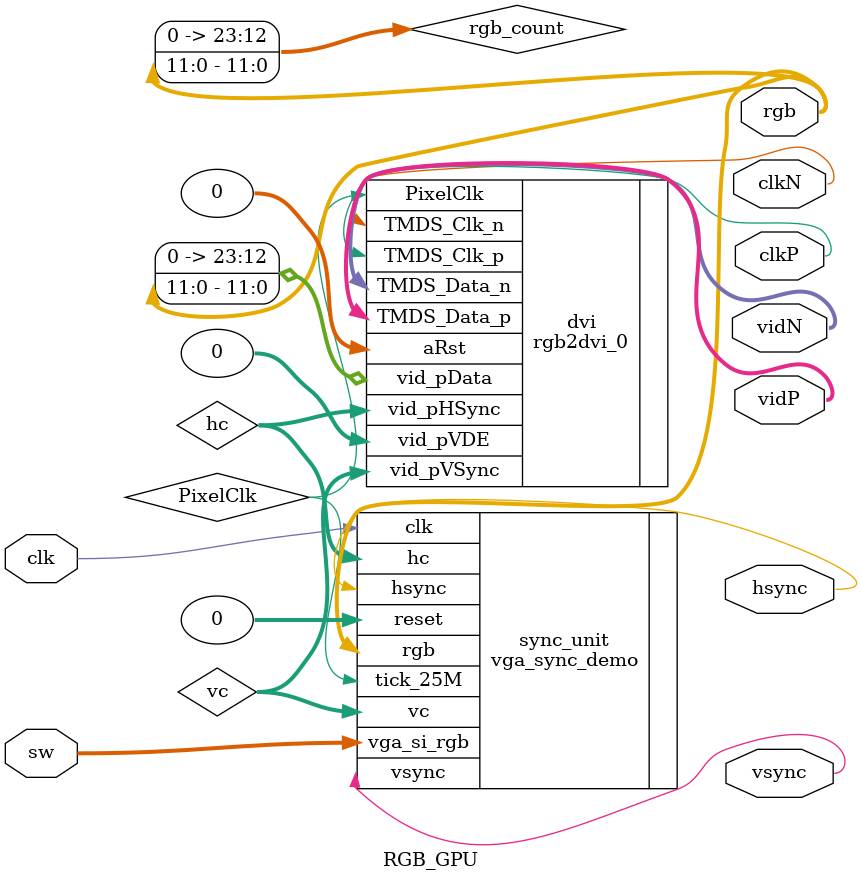
<source format=sv>
module RGB_GPU 
   #(parameter CD = 12)    // color depth
   (
    input  logic clk,
    input  logic [11:0] sw,
    // to vga monitor
    output logic hsync, vsync,
    output logic[CD-1:0] rgb,
    output logic[2:0] vidP,
    output logic[2:0] vidN,
    output logic clkP,
    output logic clkN
   );

   // logic [CD-1:0] declaration
   logic [10:0] hc, vc;
   logic PixelClk;
   
   logic[23:0] rgb_count;
   assign rgb_count[11:0] = rgb;
   assign rgb_count[23:12] = 0;
   
   vga_sync_demo #(.CD(CD)) sync_unit
      (.clk(clk), .reset(0), .vga_si_rgb(sw),
       .hsync(hsync), .vsync(vsync), .rgb(rgb), .hc(hc), .vc(vc), .tick_25M(PixelClk));
   
   rgb2dvi_0 dvi(.TMDS_Clk_p(clkP), .TMDS_Clk_n(clkN), .TMDS_Data_p(vidP), .TMDS_Data_n(vidN), .aRst(0), .vid_pData(rgb_count), .vid_pVDE(0), .vid_pHSync(hc), .vid_pVSync(vc), .PixelClk(PixelClk));
    
endmodule
</source>
